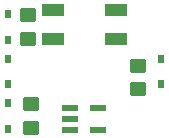
<source format=gbr>
%TF.GenerationSoftware,KiCad,Pcbnew,7.0.5*%
%TF.CreationDate,2024-03-05T22:02:34-06:00*%
%TF.ProjectId,GATE,47415445-2e6b-4696-9361-645f70636258,rev?*%
%TF.SameCoordinates,Original*%
%TF.FileFunction,Paste,Top*%
%TF.FilePolarity,Positive*%
%FSLAX46Y46*%
G04 Gerber Fmt 4.6, Leading zero omitted, Abs format (unit mm)*
G04 Created by KiCad (PCBNEW 7.0.5) date 2024-03-05 22:02:34*
%MOMM*%
%LPD*%
G01*
G04 APERTURE LIST*
G04 Aperture macros list*
%AMRoundRect*
0 Rectangle with rounded corners*
0 $1 Rounding radius*
0 $2 $3 $4 $5 $6 $7 $8 $9 X,Y pos of 4 corners*
0 Add a 4 corners polygon primitive as box body*
4,1,4,$2,$3,$4,$5,$6,$7,$8,$9,$2,$3,0*
0 Add four circle primitives for the rounded corners*
1,1,$1+$1,$2,$3*
1,1,$1+$1,$4,$5*
1,1,$1+$1,$6,$7*
1,1,$1+$1,$8,$9*
0 Add four rect primitives between the rounded corners*
20,1,$1+$1,$2,$3,$4,$5,0*
20,1,$1+$1,$4,$5,$6,$7,0*
20,1,$1+$1,$6,$7,$8,$9,0*
20,1,$1+$1,$8,$9,$2,$3,0*%
G04 Aperture macros list end*
%ADD10R,1.473200X0.558800*%
%ADD11R,0.609600X0.660400*%
%ADD12RoundRect,0.250000X-0.450000X0.350000X-0.450000X-0.350000X0.450000X-0.350000X0.450000X0.350000X0*%
%ADD13R,1.875000X1.050000*%
G04 APERTURE END LIST*
D10*
%TO.C,U1*%
X153806200Y-90549999D03*
X153806200Y-91500000D03*
X153806200Y-92450001D03*
X156193800Y-92450001D03*
X156193800Y-90549999D03*
%TD*%
D11*
%TO.C,LED4*%
X148500000Y-88579500D03*
X148500000Y-86420500D03*
%TD*%
%TO.C,LED3*%
X161500000Y-88579500D03*
X161500000Y-86420500D03*
%TD*%
%TO.C,LED2*%
X148500000Y-90170500D03*
X148500000Y-92329500D03*
%TD*%
%TO.C,LED1*%
X148500000Y-84829500D03*
X148500000Y-82670500D03*
%TD*%
D12*
%TO.C,R3*%
X159500000Y-87000000D03*
X159500000Y-89000000D03*
%TD*%
%TO.C,R1*%
X150200000Y-82750000D03*
X150200000Y-84750000D03*
%TD*%
%TO.C,R2*%
X150500000Y-90250000D03*
X150500000Y-92250000D03*
%TD*%
D13*
%TO.C,D1*%
X152337500Y-82250000D03*
X157662500Y-82250000D03*
X152337500Y-84750000D03*
X157662500Y-84750000D03*
%TD*%
M02*

</source>
